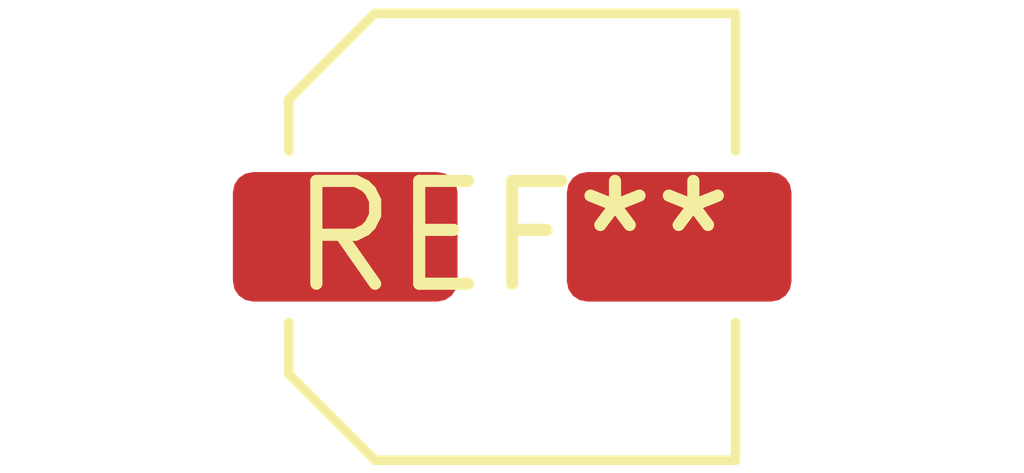
<source format=kicad_pcb>
(kicad_pcb (version 20240108) (generator pcbnew)
  (layers (0 "F.Cu" signal) (31 "B.Cu" signal) (34 "B.Paste" user) (35 "F.Paste" user) (36 "B.SilkS" user "B.Silkscreen") (37 "F.SilkS" user "F.Silkscreen") (38 "B.Mask" user) (39 "F.Mask" user) (44 "Edge.Cuts" user))
  (net 0 "")
  (footprint "C_Elec_5x5.4" (layer "F.Cu") (at 0 0)
    (property "Reference" "REF**")
    (property "Value" "C_Elec_5x5.4")
    (fp_line (start -2.76 -1.695563) (end -2.76 -1.06) (layer "F.SilkS") (stroke (width 0.12)))
    (fp_line (start -2.76 -1.695563) (end -1.695563 -2.76) (layer "F.SilkS") (stroke (width 0.12)))
    (fp_line (start -2.76 1.695563) (end -2.76 1.06) (layer "F.SilkS") (stroke (width 0.12)))
    (fp_line (start -2.76 1.695563) (end -1.695563 2.76) (layer "F.SilkS") (stroke (width 0.12)))
    (fp_line (start -1.695563 -2.76) (end 2.76 -2.76) (layer "F.SilkS") (stroke (width 0.12)))
    (fp_line (start -1.695563 2.76) (end 2.76 2.76) (layer "F.SilkS") (stroke (width 0.12)))
    (fp_line (start 2.76 -2.76) (end 2.76 -1.06) (layer "F.SilkS") (stroke (width 0.12)))
    (fp_line (start 2.76 2.76) (end 2.76 1.06) (layer "F.SilkS") (stroke (width 0.12)))
    (pad "1" smd roundrect (at -2.0625 0) (size 2.775 1.6) (layers "F.Cu" "F.Paste" "F.Mask") (roundrect_rratio 0.15625))
    (pad "2" smd roundrect (at 2.0625 0) (size 2.775 1.6) (layers "F.Cu" "F.Paste" "F.Mask") (roundrect_rratio 0.15625))
  )
)
</source>
